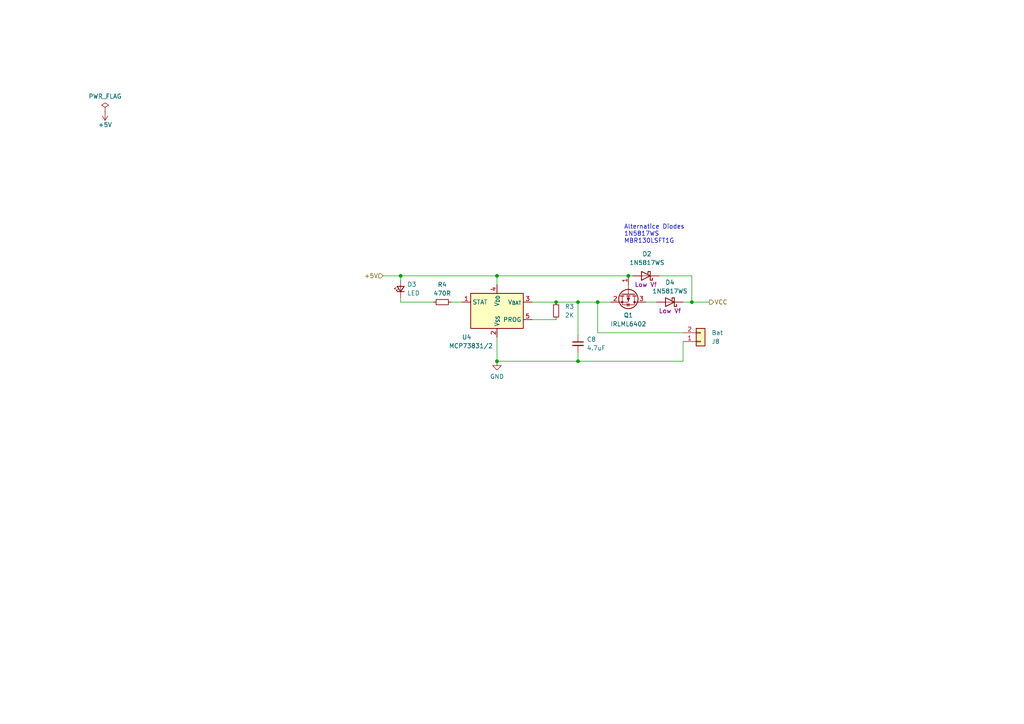
<source format=kicad_sch>
(kicad_sch (version 20250114) (generator "eeschema") (generator_version "9.0")
  (paper "A4")
  (title_block (title "Universal board.  ESP-C3") (date "2023-10-01") (rev "12"))
  (lib_symbols
    (symbol "Battery_Management:MCP73831-2-OT"
      (property "Reference" "U" (at -7.62 6.35 0))
      (property "Value" "MCP73831-2-OT" (at 1.27 6.35 0))
      (symbol "MCP73831-2-OT_0_1"
        (rectangle (start -7.62 5.08) (end 7.62 -5.08) (stroke (width 0.254)) (fill (type background)))
      )
      (symbol "MCP73831-2-OT_1_1"
        (pin tri_state line (at -10.16 2.54 0) (length 2.54) (name "STAT") (number "1"))
        (pin power_in line (at 0 7.62 270) (length 2.54) (name "V_{DD}") (number "4"))
        (pin power_in line (at 0 -7.62 90) (length 2.54) (name "V_{SS}") (number "2"))
        (pin power_out line (at 10.16 2.54 180) (length 2.54) (name "V_{BAT}") (number "3"))
        (pin input line (at 10.16 -2.54 180) (length 2.54) (name "PROG") (number "5"))
      )
    )
    (symbol "Connector_Generic:Conn_01x02" (pin_names (offset 1.016) (hide yes))
      (property "Reference" "J" (at 0 2.54 0))
      (property "Value" "Conn_01x02" (at 0 -5.08 0))
      (symbol "Conn_01x02_1_1"
        (rectangle (start -1.27 1.27) (end 1.27 -3.81) (stroke (width 0.254)) (fill (type background)))
        (rectangle (start -1.27 0.127) (end 0 -0.127) (stroke (width 0.1524)))
        (rectangle (start -1.27 -2.413) (end 0 -2.667) (stroke (width 0.1524)))
        (pin passive line (at -5.08 0 0) (length 3.81) (name "Pin_1") (number "1"))
        (pin passive line (at -5.08 -2.54 0) (length 3.81) (name "Pin_2") (number "2"))
      )
    )
    (symbol "Device:C_Small" (pin_numbers (hide yes)) (pin_names (offset 0.254) (hide yes))
      (property "Reference" "C" (at 0.254 1.778 0))
      (property "Value" "C_Small" (at 0.254 -2.032 0))
      (symbol "C_Small_0_1"
        (polyline (pts (xy -1.524 0.508) (xy 1.524 0.508)) (stroke (width 0.3048)))
        (polyline (pts (xy -1.524 -0.508) (xy 1.524 -0.508)) (stroke (width 0.3302)))
      )
      (symbol "C_Small_1_1"
        (pin passive line (at 0 2.54 270) (length 2.032) (name "~") (number "1"))
        (pin passive line (at 0 -2.54 90) (length 2.032) (name "~") (number "2"))
      )
    )
    (symbol "Device:LED_Small" (pin_numbers (hide yes)) (pin_names (offset 0.254) (hide yes))
      (property "Reference" "D" (at -1.27 3.175 0))
      (property "Value" "LED_Small" (at -4.445 -2.54 0))
      (symbol "LED_Small_0_1"
        (polyline (pts (xy -0.762 -1.016) (xy -0.762 1.016)) (stroke (width 0.254)))
        (polyline (pts (xy 0 0.762) (xy -0.508 1.27) (xy -0.254 1.27) (xy -0.508 1.27) (xy -0.508 1.016)))
        (polyline (pts (xy 0.508 1.27) (xy 0 1.778) (xy 0.254 1.778) (xy 0 1.778) (xy 0 1.524)))
        (polyline (pts (xy 0.762 -1.016) (xy -0.762 0) (xy 0.762 1.016) (xy 0.762 -1.016)) (stroke (width 0.254)))
        (polyline (pts (xy 1.016 0) (xy -0.762 0)))
      )
      (symbol "LED_Small_1_1"
        (pin passive line (at -2.54 0 0) (length 1.778) (name "K") (number "1"))
        (pin passive line (at 2.54 0 180) (length 1.778) (name "A") (number "2"))
      )
    )
    (symbol "Device:R_Small" (pin_numbers (hide yes)) (pin_names (offset 0.254) (hide yes))
      (property "Reference" "R" (at 0.762 0.508 0))
      (property "Value" "R_Small" (at 0.762 -1.016 0))
      (symbol "R_Small_0_1"
        (rectangle (start -0.762 1.778) (end 0.762 -1.778) (stroke (width 0.2032)))
      )
      (symbol "R_Small_1_1"
        (pin passive line (at 0 2.54 270) (length 0.762) (name "~") (number "1"))
        (pin passive line (at 0 -2.54 90) (length 0.762) (name "~") (number "2"))
      )
    )
    (symbol "Diode_Local:1N5819" (pin_numbers (hide yes)) (pin_names (hide yes))
      (property "Reference" "D" (at 0 4.445 0))
      (property "Value" "1N5819" (at 0 2.54 0))
      (symbol "1N5819_0_1"
        (polyline (pts (xy -1.905 0.635) (xy -1.905 1.27) (xy -1.27 1.27) (xy -1.27 -1.27) (xy -0.635 -1.27) (xy -0.635 -0.635)) (stroke (width 0.254)))
        (polyline (pts (xy 1.27 1.27) (xy 1.27 -1.27) (xy -1.27 0) (xy 1.27 1.27)) (stroke (width 0.254)))
        (polyline (pts (xy 1.27 0) (xy -1.27 0)))
      )
      (symbol "1N5819_1_1"
        (pin passive line (at -3.81 0 0) (length 2.54) (name "K") (number "1"))
        (pin passive line (at 3.81 0 180) (length 2.54) (name "A") (number "2"))
      )
    )
    (symbol "Transistor_FET:IRLML6402" (pin_names (hide yes))
      (property "Reference" "Q" (at 5.08 1.905 0))
      (property "Value" "IRLML6402" (at 5.08 0 0))
      (symbol "IRLML6402_0_1"
        (polyline (pts (xy 0.254 1.905) (xy 0.254 -1.905)) (stroke (width 0.254)))
        (polyline (pts (xy 0.254 0) (xy -2.54 0)))
        (polyline (pts (xy 0.762 2.286) (xy 0.762 1.27)) (stroke (width 0.254)))
        (polyline (pts (xy 0.762 1.778) (xy 3.302 1.778) (xy 3.302 -1.778) (xy 0.762 -1.778)))
        (polyline (pts (xy 0.762 0.508) (xy 0.762 -0.508)) (stroke (width 0.254)))
        (polyline (pts (xy 0.762 -1.27) (xy 0.762 -2.286)) (stroke (width 0.254)))
        (circle (center 1.651 0) (radius 2.794) (stroke (width 0.254)))
        (polyline (pts (xy 2.286 0) (xy 1.27 0.381) (xy 1.27 -0.381) (xy 2.286 0)) (fill (type outline)))
        (polyline (pts (xy 2.54 2.54) (xy 2.54 1.778)))
        (circle (center 2.54 1.778) (radius 0.254) (fill (type outline)))
        (circle (center 2.54 -1.778) (radius 0.254) (fill (type outline)))
        (polyline (pts (xy 2.54 -2.54) (xy 2.54 0) (xy 0.762 0)))
        (polyline (pts (xy 2.794 -0.508) (xy 2.921 -0.381) (xy 3.683 -0.381) (xy 3.81 -0.254)))
        (polyline (pts (xy 3.302 -0.381) (xy 2.921 0.254) (xy 3.683 0.254) (xy 3.302 -0.381)))
      )
      (symbol "IRLML6402_1_1"
        (pin input line (at -5.08 0 0) (length 2.54) (name "G") (number "1"))
        (pin passive line (at 2.54 5.08 270) (length 2.54) (name "D") (number "3"))
        (pin passive line (at 2.54 -5.08 90) (length 2.54) (name "S") (number "2"))
      )
    )
    (symbol "power:+5V" (power) (pin_names (offset 0))
      (property "Value" "+5V" (at 0 3.556 0))
      (symbol "+5V_0_1"
        (polyline (pts (xy -0.762 1.27) (xy 0 2.54)))
        (polyline (pts (xy 0 2.54) (xy 0.762 1.27)))
        (polyline (pts (xy 0 0) (xy 0 2.54)))
      )
      (symbol "+5V_1_1"
        (pin power_in line (at 0 0 90) (length 0) (hide yes) (name "+5V") (number "1"))
      )
    )
    (symbol "power:GND" (power) (pin_numbers (hide yes)) (pin_names (offset 0) (hide yes))
      (property "Value" "GND" (at 0 -3.81 0))
      (symbol "GND_0_1"
        (polyline (pts (xy 0 0) (xy 0 -1.27) (xy 1.27 -1.27) (xy 0 -2.54) (xy -1.27 -1.27) (xy 0 -1.27)))
      )
      (symbol "GND_1_1"
        (pin power_in line (at 0 0 270) (length 0) (name "~") (number "1"))
      )
    )
    (symbol "power:PWR_FLAG" (power) (pin_numbers (hide yes)) (pin_names (offset 0) (hide yes))
      (property "Value" "PWR_FLAG" (at 0 3.81 0))
      (symbol "PWR_FLAG_0_0"
        (pin power_out line (at 0 0 90) (length 0) (name "pwr") (number "1"))
      )
      (symbol "PWR_FLAG_0_1"
        (polyline (pts (xy 0 0) (xy 0 1.27) (xy -1.016 1.905) (xy 0 2.54) (xy 1.016 1.905) (xy 0 1.27)))
      )
    )
  )
  (text "Alternatice Diodes\n1N5817WS\nMBR130LSFT1G" (at 180.975 67.945 0) (effects (font (size 1.27 1.27)) (justify left)))
  (junction (at 167.64 87.63))
  (junction (at 167.64 104.775))
  (junction (at 200.66 87.63))
  (junction (at 182.245 80.01))
  (junction (at 161.29 87.63))
  (junction (at 144.145 104.775))
  (junction (at 144.145 80.01))
  (junction (at 173.355 87.63))
  (junction (at 116.205 80.01))
  (wire (pts (xy 167.64 102.235) (xy 167.64 104.775)))
  (wire (pts (xy 182.245 80.01) (xy 183.515 80.01)))
  (wire (pts (xy 111.125 80.01) (xy 116.205 80.01)))
  (wire (pts (xy 173.355 87.63) (xy 173.355 96.52)))
  (wire (pts (xy 200.66 80.01) (xy 200.66 87.63)))
  (wire (pts (xy 167.64 87.63) (xy 173.355 87.63)))
  (wire (pts (xy 198.12 99.06) (xy 198.12 104.775)))
  (wire (pts (xy 167.64 104.775) (xy 198.12 104.775)))
  (wire (pts (xy 173.355 96.52) (xy 198.12 96.52)))
  (wire (pts (xy 116.205 80.01) (xy 116.205 81.28)))
  (wire (pts (xy 130.81 87.63) (xy 133.985 87.63)))
  (wire (pts (xy 144.145 80.01) (xy 182.245 80.01)))
  (wire (pts (xy 154.305 92.71) (xy 161.29 92.71)))
  (wire (pts (xy 173.355 87.63) (xy 177.165 87.63)))
  (wire (pts (xy 191.135 80.01) (xy 200.66 80.01)))
  (wire (pts (xy 154.305 87.63) (xy 161.29 87.63)))
  (wire (pts (xy 116.205 87.63) (xy 125.73 87.63)))
  (wire (pts (xy 187.325 87.63) (xy 190.5 87.63)))
  (wire (pts (xy 144.145 80.01) (xy 144.145 82.55)))
  (wire (pts (xy 200.66 87.63) (xy 205.74 87.63)))
  (wire (pts (xy 198.12 87.63) (xy 200.66 87.63)))
  (wire (pts (xy 116.205 86.36) (xy 116.205 87.63)))
  (wire (pts (xy 161.29 87.63) (xy 167.64 87.63)))
  (wire (pts (xy 144.145 104.775) (xy 144.145 97.79)))
  (wire (pts (xy 144.145 104.775) (xy 167.64 104.775)))
  (wire (pts (xy 167.64 97.155) (xy 167.64 87.63)))
  (wire (pts (xy 116.205 80.01) (xy 144.145 80.01)))
  (hierarchical_label "VCC" (shape output) (at 205.74 87.63 0))
  (hierarchical_label "+5V" (shape input) (at 111.125 80.01 180))
  (symbol (lib_id "Battery_Management:MCP73831-2-OT") (at 144.145 90.17 0) (unit 1)
    (property "Reference" "U4" (at 133.985 97.79 0) (effects (justify left)))
    (property "Value" "MCP73831/2" (at 130.175 100.33 0) (effects (justify left)))
    (property "Footprint" "Package_TO_SOT_SMD:SOT-23-5" (effects (hide yes)))
    (property "Datasheet" "https://static.chipdip.ru/lib/260/DOC015260195.pdf" (effects (hide yes)))
    (property "Description" "Single cell, Li-Ion/Li-Po charge management controller, 4.20V, Tri-State Status Output, in SOT23-5 package" (effects (hide yes)))
    (instances (project "" (path "" (reference "U4") (unit 1))) (project "" (path "" (reference "U1") (unit 1))))
  )
  (symbol (lib_id "power:PWR_FLAG") (at 30.48 32.385 0) (unit 1)
    (property "Reference" "#FLG05" (effects (hide yes)))
    (property "Value" "PWR_FLAG" (at 30.48 27.94 0))
  )
  (symbol (lib_id "Diode_Local:1N5819") (at 194.31 87.63 180) (unit 1)
    (property "Reference" "D4" (at 194.31 81.915 0))
    (property "Value" "1N5817WS" (at 194.31 84.455 0))
    (property "Footprint" "Diode_SMD:D_SOD-123" (effects (hide yes)))
    (property "Datasheet" "https://static.chipdip.ru/lib/369/DOC004369797.pdf" (effects (hide yes)))
    (property "descr" "Low Vf" (at 194.31 90.17 0))
  )
  (symbol (lib_id "Connector_Generic:Conn_01x02") (at 203.2 99.06 0) (mirror x) (unit 1)
    (property "Reference" "J8" (at 206.375 99.0601 0) (effects (justify left)))
    (property "Value" "Bat" (at 206.375 96.5201 0) (effects (justify left)))
    (property "Footprint" "Connector_JST:JST_SH_SM02B-SRSS-TB_1x02-1MP_P1.00mm_Horizontal" (effects (hide yes)))
    (property "Description" "Generic connector, single row, 01x02, script generated (kicad-library-utils/schlib/autogen/connector/)" (effects (hide yes)))
  )
  (symbol (lib_id "Device:R_Small") (at 161.29 90.17 0) (unit 1)
    (property "Reference" "R3" (at 163.83 88.8999 0) (effects (justify left)))
    (property "Value" "2K" (at 163.83 91.4399 0) (effects (justify left)))
    (property "Footprint" "Resistor_SMD:R_0805_2012Metric_Pad1.20x1.40mm_HandSolder" (effects (hide yes)))
    (property "Description" "Resistor, small symbol" (effects (hide yes)))
    (instances (project "" (path "" (reference "R3") (unit 1))) (project "MCP73831 Charder" (path "" (reference "R2") (unit 1))))
  )
  (symbol (lib_id "Device:C_Small") (at 167.64 99.695 0) (unit 1)
    (property "Reference" "C8" (at 170.18 98.4312 0) (effects (justify left)))
    (property "Value" "4.7uF" (at 170.18 100.9712 0) (effects (justify left)))
    (property "Footprint" "Capacitor_SMD:C_0805_2012Metric_Pad1.18x1.45mm_HandSolder" (effects (hide yes)))
    (property "Description" "Unpolarized capacitor, small symbol" (effects (hide yes)))
    (instances (project "" (path "" (reference "C8") (unit 1))) (project "MCP73831 Charder" (path "" (reference "C2") (unit 1))))
  )
  (symbol (lib_id "Device:R_Small") (at 128.27 87.63 90) (unit 1)
    (property "Reference" "R4" (at 128.27 82.55 90))
    (property "Value" "470R" (at 128.27 85.09 90))
    (property "Footprint" "Resistor_SMD:R_0805_2012Metric_Pad1.20x1.40mm_HandSolder" (effects (hide yes)))
    (property "Description" "Resistor, small symbol" (effects (hide yes)))
    (instances (project "" (path "" (reference "R4") (unit 1))) (project "" (path "" (reference "R1") (unit 1))))
  )
  (symbol (lib_id "Device:LED_Small") (at 116.205 83.82 90) (unit 1)
    (property "Reference" "D3" (at 118.11 82.4864 90) (effects (justify right)))
    (property "Value" "LED" (at 118.11 85.0264 90) (effects (justify right)))
    (property "Footprint" "LED_SMD:LED_0603_1608Metric_Pad1.05x0.95mm_HandSolder" (effects (hide yes)))
    (property "Description" "Light emitting diode, small symbol" (effects (hide yes)))
    (instances (project "" (path "" (reference "D3") (unit 1))) (project "" (path "" (reference "D1") (unit 1))))
  )
  (symbol (lib_id "Diode_Local:1N5819") (at 187.325 80.01 180) (unit 1)
    (property "Reference" "D2" (at 187.6425 73.66 0))
    (property "Value" "1N5817WS" (at 187.6425 76.2 0))
    (property "Footprint" "Diode_SMD:D_SOD-123" (effects (hide yes)))
    (property "Datasheet" "https://static.chipdip.ru/lib/369/DOC004369797.pdf" (effects (hide yes)))
    (property "descr" "Low Vf" (at 187.325 82.55 0))
  )
  (symbol (lib_id "power:GND") (at 144.145 104.775 0) (unit 1)
    (property "Reference" "#PWR024" (effects (hide yes)))
    (property "Value" "GND" (at 144.145 109.22 0))
    (property "Description" "Power symbol creates a global label with name \"GND\" , ground" (effects (hide yes)))
    (instances (project "" (path "" (reference "#PWR024") (unit 1))) (project "" (path "" (reference "#PWR01") (unit 1))))
  )
  (symbol (lib_id "Transistor_FET:IRLML6402") (at 182.245 85.09 270) (unit 1)
    (property "Reference" "Q1" (at 182.245 91.44 90))
    (property "Value" "IRLML6402" (at 182.245 93.98 90))
    (property "Footprint" "Package_TO_SOT_SMD:SOT-23" (effects (hide yes)))
    (property "Datasheet" "https://www.infineon.com/dgdl/irlml6402pbf.pdf?fileId=5546d462533600a401535668d5c2263c" (effects (hide yes)))
    (property "Description" "-3.7A Id, -20V Vds, 65mOhm Rds, P-Channel HEXFET Power MOSFET, SOT-23" (effects (hide yes)))
  )
  (symbol (lib_id "power:+5V") (at 30.48 32.385 180) (unit 1)
    (property "Reference" "#PWR01" (effects (hide yes)))
    (property "Value" "+5V" (at 30.48 36.195 0))
  )
)
</source>
